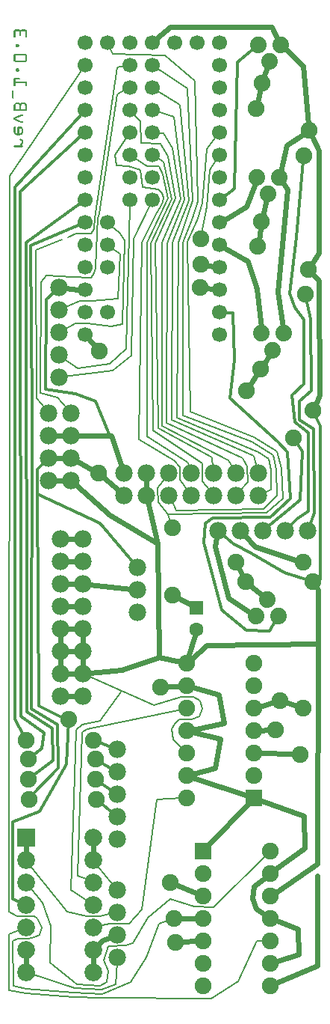
<source format=gbl>
G04 MADE WITH FRITZING*
G04 WWW.FRITZING.ORG*
G04 DOUBLE SIDED*
G04 HOLES PLATED*
G04 CONTOUR ON CENTER OF CONTOUR VECTOR*
%ASAXBY*%
%FSLAX23Y23*%
%MOIN*%
%OFA0B0*%
%SFA1.0B1.0*%
%ADD10C,0.078000*%
%ADD11C,0.075000*%
%ADD12C,0.079370*%
%ADD13C,0.074000*%
%ADD14C,0.045000*%
%ADD15C,0.066667*%
%ADD16C,0.062992*%
%ADD17R,0.079370X0.079370*%
%ADD18R,0.075000X0.075000*%
%ADD19R,0.062992X0.062992*%
%ADD20C,0.024000*%
%ADD21C,0.006000*%
%ADD22C,0.008000*%
%ADD23C,0.012000*%
%ADD24C,0.007000*%
%ADD25R,0.001000X0.001000*%
%LNCOPPER0*%
G90*
G70*
G54D10*
X586Y1942D03*
X586Y1842D03*
X586Y1742D03*
G54D11*
X279Y1265D03*
X690Y1410D03*
G54D10*
X237Y3187D03*
X237Y3087D03*
X237Y2987D03*
X237Y2887D03*
X237Y2787D03*
X528Y2263D03*
X628Y2263D03*
X728Y2263D03*
X828Y2263D03*
X928Y2263D03*
X1028Y2263D03*
X1128Y2263D03*
X528Y2263D03*
X628Y2263D03*
X728Y2263D03*
X828Y2263D03*
X928Y2263D03*
X1028Y2263D03*
X1128Y2263D03*
X1128Y2363D03*
X1028Y2363D03*
X928Y2363D03*
X828Y2363D03*
X728Y2363D03*
X628Y2363D03*
X528Y2363D03*
X245Y2069D03*
X245Y1969D03*
X245Y1869D03*
X245Y1769D03*
X245Y1669D03*
X245Y1569D03*
X245Y1469D03*
X245Y1369D03*
X245Y2069D03*
X245Y1969D03*
X245Y1869D03*
X245Y1769D03*
X245Y1669D03*
X245Y1569D03*
X245Y1469D03*
X245Y1369D03*
X345Y1369D03*
X345Y1469D03*
X345Y1569D03*
X345Y1669D03*
X345Y1769D03*
X345Y1869D03*
X345Y1969D03*
X345Y2069D03*
G54D12*
X89Y740D03*
X389Y740D03*
X89Y640D03*
X389Y640D03*
X89Y540D03*
X389Y540D03*
X89Y440D03*
X389Y440D03*
X89Y340D03*
X389Y340D03*
X89Y240D03*
X389Y240D03*
X89Y140D03*
X389Y140D03*
G54D10*
X292Y2329D03*
X292Y2429D03*
X292Y2529D03*
X292Y2629D03*
X292Y2329D03*
X292Y2429D03*
X292Y2529D03*
X292Y2629D03*
X192Y2629D03*
X192Y2529D03*
X192Y2429D03*
X192Y2329D03*
G54D13*
X1226Y4269D03*
X1176Y4194D03*
X1126Y4269D03*
G54D11*
X756Y273D03*
X1326Y1316D03*
G54D13*
X1222Y3679D03*
X1172Y3604D03*
X1122Y3679D03*
G54D11*
X1204Y1219D03*
X751Y380D03*
G54D13*
X1116Y1725D03*
X1166Y1800D03*
X1216Y1725D03*
G54D11*
X868Y3188D03*
X733Y539D03*
G54D13*
X1242Y2985D03*
X1192Y2910D03*
X1142Y2985D03*
G54D11*
X869Y3292D03*
X1313Y1110D03*
X1329Y3774D03*
X1117Y3986D03*
X871Y3405D03*
X1223Y1349D03*
X1337Y3159D03*
X1124Y3371D03*
X1327Y1964D03*
X1027Y1964D03*
X1285Y2518D03*
X1073Y2730D03*
X1143Y4099D03*
X1355Y3887D03*
X1140Y3481D03*
X1352Y3269D03*
X1071Y1878D03*
X1371Y1878D03*
X1137Y2826D03*
G54D14*
X1372Y2640D03*
G54D11*
X403Y910D03*
X103Y910D03*
X399Y997D03*
X99Y997D03*
X399Y1087D03*
X99Y1087D03*
X392Y1173D03*
X92Y1173D03*
X1106Y915D03*
X806Y915D03*
X1106Y1015D03*
X806Y1015D03*
X1106Y1115D03*
X806Y1115D03*
X1106Y1215D03*
X806Y1215D03*
X1106Y1315D03*
X806Y1315D03*
X1106Y1415D03*
X806Y1415D03*
X1106Y1515D03*
X806Y1515D03*
X882Y680D03*
X1182Y680D03*
X882Y580D03*
X1182Y580D03*
X882Y480D03*
X1182Y480D03*
X882Y380D03*
X1182Y380D03*
X882Y280D03*
X1182Y280D03*
X882Y180D03*
X1182Y180D03*
X882Y80D03*
X1182Y80D03*
G54D10*
X497Y206D03*
X497Y306D03*
X497Y406D03*
X497Y506D03*
X947Y2106D03*
X1047Y2106D03*
X1147Y2106D03*
X1247Y2106D03*
X1347Y2106D03*
X497Y731D03*
X497Y831D03*
X497Y931D03*
X497Y1031D03*
X497Y1131D03*
G54D15*
X353Y4278D03*
X353Y4178D03*
X353Y4078D03*
X353Y3978D03*
X353Y3878D03*
X353Y3778D03*
X353Y3678D03*
X353Y3578D03*
X353Y3478D03*
X353Y3378D03*
X353Y3278D03*
X353Y3178D03*
X353Y3078D03*
X353Y2978D03*
X453Y3078D03*
X953Y4278D03*
X953Y4178D03*
X953Y4078D03*
X953Y3978D03*
X953Y3878D03*
X953Y3778D03*
X953Y3678D03*
X953Y3578D03*
X953Y3478D03*
X953Y3378D03*
X953Y3278D03*
X953Y3178D03*
X953Y3078D03*
X953Y2978D03*
X453Y3378D03*
X453Y3278D03*
X453Y3478D03*
X753Y4278D03*
X853Y4278D03*
X653Y4278D03*
X453Y4278D03*
X553Y4278D03*
X353Y4278D03*
X353Y4178D03*
X353Y4078D03*
X353Y3978D03*
X353Y3878D03*
X353Y3778D03*
X353Y3678D03*
X353Y3578D03*
X353Y3478D03*
X353Y3378D03*
X353Y3278D03*
X353Y3178D03*
X353Y3078D03*
X353Y2978D03*
X453Y3078D03*
X953Y4278D03*
X953Y4178D03*
X953Y4078D03*
X953Y3978D03*
X953Y3878D03*
X953Y3778D03*
X953Y3678D03*
X953Y3578D03*
X953Y3478D03*
X953Y3378D03*
X953Y3278D03*
X953Y3178D03*
X953Y3078D03*
X953Y2978D03*
X453Y3378D03*
X453Y3278D03*
X453Y3478D03*
X753Y4278D03*
X853Y4278D03*
X653Y4278D03*
X453Y4278D03*
X553Y4278D03*
X553Y4178D03*
X553Y4178D03*
X653Y4178D03*
X653Y4178D03*
X654Y4078D03*
X654Y3978D03*
X654Y3878D03*
X654Y3778D03*
X654Y3678D03*
X654Y3578D03*
X654Y4078D03*
X654Y3978D03*
X654Y3878D03*
X654Y3778D03*
X654Y3678D03*
X654Y3578D03*
X553Y4078D03*
X553Y3978D03*
X553Y3878D03*
X553Y3778D03*
X553Y3678D03*
X553Y3578D03*
X553Y4078D03*
X553Y3978D03*
X553Y3878D03*
X553Y3778D03*
X553Y3678D03*
X553Y3578D03*
G54D11*
X744Y2119D03*
X744Y1819D03*
G54D16*
X851Y1762D03*
X851Y1664D03*
G54D11*
X417Y2905D03*
X413Y2363D03*
G54D17*
X89Y740D03*
G54D18*
X1106Y915D03*
X882Y680D03*
G54D19*
X851Y1762D03*
G54D20*
X89Y209D02*
X89Y171D01*
G54D21*
D02*
X684Y355D02*
X729Y371D01*
D02*
X627Y206D02*
X684Y355D01*
D02*
X557Y95D02*
X627Y206D01*
D02*
X301Y49D02*
X429Y43D01*
D02*
X429Y43D02*
X557Y95D01*
D02*
X90Y66D02*
X301Y49D01*
D02*
X33Y78D02*
X90Y66D01*
D02*
X30Y277D02*
X33Y78D01*
D02*
X53Y288D02*
X30Y277D01*
D02*
X100Y290D02*
X75Y290D01*
D02*
X75Y290D02*
X53Y288D01*
D02*
X126Y294D02*
X100Y290D01*
D02*
X151Y306D02*
X126Y294D01*
D02*
X162Y339D02*
X151Y306D01*
D02*
X142Y379D02*
X162Y339D01*
D02*
X127Y387D02*
X142Y379D01*
D02*
X98Y390D02*
X127Y387D01*
D02*
X77Y390D02*
X98Y390D01*
D02*
X52Y390D02*
X77Y390D01*
D02*
X13Y410D02*
X52Y390D01*
G54D22*
D02*
X17Y3684D02*
X13Y410D01*
D02*
X339Y4157D02*
X17Y3684D01*
D02*
X1120Y279D02*
X1159Y280D01*
D02*
X1037Y98D02*
X1120Y279D01*
D02*
X917Y21D02*
X1037Y98D01*
D02*
X301Y27D02*
X431Y25D01*
D02*
X431Y25D02*
X917Y21D01*
D02*
X90Y46D02*
X301Y27D01*
D02*
X14Y57D02*
X90Y46D01*
D02*
X14Y308D02*
X14Y57D01*
D02*
X65Y330D02*
X14Y308D01*
G54D20*
D02*
X1175Y1217D02*
X1135Y1216D01*
D02*
X314Y2069D02*
X275Y2069D01*
D02*
X1121Y2802D02*
X1089Y2754D01*
G54D22*
D02*
X783Y914D02*
X675Y909D01*
X675Y909D02*
X606Y417D01*
D02*
X606Y417D02*
X549Y356D01*
D02*
X549Y356D02*
X464Y356D01*
D02*
X464Y356D02*
X413Y345D01*
G54D20*
D02*
X933Y2036D02*
X941Y2076D01*
D02*
X994Y1806D02*
X933Y2036D01*
D02*
X1093Y1740D02*
X994Y1806D01*
G54D23*
D02*
X1014Y2048D02*
X966Y2090D01*
D02*
X1100Y2002D02*
X1014Y2048D01*
D02*
X1244Y1917D02*
X1100Y2002D01*
D02*
X1349Y1885D02*
X1244Y1917D01*
G54D20*
D02*
X1136Y3453D02*
X1129Y3400D01*
D02*
X267Y3185D02*
X322Y3180D01*
G54D23*
D02*
X1403Y1889D02*
X1393Y1886D01*
D02*
X1403Y2573D02*
X1403Y1889D01*
D02*
X1382Y2619D02*
X1403Y2573D01*
D02*
X280Y1260D02*
X281Y1242D01*
D02*
X270Y1065D02*
X280Y1260D01*
D02*
X280Y1260D02*
X146Y1324D01*
D02*
X151Y855D02*
X270Y1065D01*
D02*
X146Y1324D02*
X139Y2267D01*
D02*
X31Y809D02*
X151Y855D01*
D02*
X139Y2267D02*
X139Y2380D01*
D02*
X31Y465D02*
X31Y809D01*
D02*
X139Y2380D02*
X174Y2412D01*
D02*
X419Y2139D02*
X139Y2267D01*
D02*
X66Y450D02*
X31Y465D01*
D02*
X570Y1961D02*
X419Y2139D01*
D02*
X476Y1043D02*
X419Y1076D01*
D02*
X316Y2529D02*
X464Y2530D01*
D02*
X464Y2530D02*
X402Y2681D01*
D02*
X309Y2715D02*
X176Y2736D01*
D02*
X402Y2681D02*
X309Y2715D01*
D02*
X176Y2736D02*
X180Y3134D01*
D02*
X180Y3134D02*
X219Y3171D01*
G54D20*
D02*
X314Y1369D02*
X275Y1369D01*
G54D22*
D02*
X601Y3929D02*
X570Y3960D01*
D02*
X604Y3833D02*
X601Y3929D01*
D02*
X689Y3827D02*
X604Y3833D01*
D02*
X724Y3773D02*
X689Y3827D01*
D02*
X757Y3584D02*
X724Y3773D01*
D02*
X667Y3386D02*
X757Y3584D01*
D02*
X680Y2561D02*
X667Y3386D01*
D02*
X919Y2432D02*
X680Y2561D01*
D02*
X925Y2387D02*
X919Y2432D01*
G54D20*
D02*
X1111Y2036D02*
X1067Y2084D01*
D02*
X1300Y1973D02*
X1111Y2036D01*
D02*
X814Y1542D02*
X843Y1638D01*
D02*
X314Y1969D02*
X275Y1969D01*
D02*
X1158Y395D02*
X1117Y423D01*
D02*
X1117Y423D02*
X1100Y467D01*
D02*
X1100Y467D02*
X1108Y523D01*
D02*
X1108Y523D02*
X1160Y562D01*
D02*
X262Y2329D02*
X222Y2329D01*
D02*
X314Y1669D02*
X275Y1669D01*
D02*
X314Y1569D02*
X275Y1569D01*
D02*
X1327Y4175D02*
X1352Y3915D01*
D02*
X1246Y4251D02*
X1327Y4175D01*
D02*
X245Y1599D02*
X245Y1639D01*
D02*
X469Y295D02*
X433Y282D01*
D02*
X433Y282D02*
X411Y261D01*
G54D24*
D02*
X275Y2647D02*
X229Y2697D01*
D02*
X229Y2697D02*
X154Y2719D01*
D02*
X154Y2719D02*
X156Y3213D01*
D02*
X156Y3213D02*
X180Y3241D01*
D02*
X180Y3241D02*
X296Y3235D01*
D02*
X296Y3235D02*
X379Y3231D01*
D02*
X379Y3231D02*
X395Y3253D01*
D02*
X395Y3253D02*
X402Y3276D01*
G54D21*
D02*
X408Y3431D02*
X410Y3495D01*
G54D24*
D02*
X402Y3276D02*
X408Y3431D01*
G54D21*
D02*
X410Y3495D02*
X417Y3517D01*
G54D24*
D02*
X417Y3517D02*
X496Y4050D01*
D02*
X496Y4050D02*
X530Y4067D01*
G54D23*
D02*
X330Y3468D02*
X111Y3374D01*
D02*
X111Y3374D02*
X117Y2647D01*
D02*
X117Y2647D02*
X115Y1311D01*
D02*
X115Y1311D02*
X231Y1241D01*
D02*
X231Y1241D02*
X234Y1050D01*
D02*
X234Y1050D02*
X118Y927D01*
G54D20*
D02*
X973Y1249D02*
X834Y1220D01*
D02*
X951Y1374D02*
X973Y1249D01*
D02*
X833Y1407D02*
X951Y1374D01*
G54D23*
D02*
X1013Y3075D02*
X978Y3076D01*
D02*
X1019Y2865D02*
X1013Y3075D01*
D02*
X1000Y2695D02*
X1019Y2865D01*
D02*
X1215Y2502D02*
X1000Y2695D01*
D02*
X1256Y2454D02*
X1215Y2502D01*
D02*
X1270Y2247D02*
X1256Y2454D01*
D02*
X1181Y2165D02*
X1270Y2247D01*
D02*
X925Y2161D02*
X1181Y2165D01*
D02*
X889Y2139D02*
X925Y2161D01*
D02*
X883Y2053D02*
X889Y2139D01*
D02*
X964Y1753D02*
X883Y2053D01*
D02*
X1074Y1663D02*
X964Y1753D01*
D02*
X1178Y1660D02*
X1074Y1663D01*
D02*
X1205Y1706D02*
X1178Y1660D01*
G54D20*
D02*
X556Y1845D02*
X374Y1865D01*
D02*
X262Y2429D02*
X222Y2429D01*
D02*
X1258Y3625D02*
X1237Y3656D01*
D02*
X1214Y3167D02*
X1258Y3625D01*
D02*
X1238Y3012D02*
X1214Y3167D01*
D02*
X896Y3185D02*
X922Y3181D01*
D02*
X262Y2529D02*
X222Y2529D01*
G54D23*
D02*
X973Y3592D02*
X1022Y3628D01*
D02*
X1022Y3628D02*
X1033Y4191D01*
D02*
X1033Y4191D02*
X1110Y4255D01*
G54D22*
D02*
X896Y3548D02*
X875Y3427D01*
D02*
X909Y3711D02*
X896Y3548D01*
D02*
X939Y3757D02*
X909Y3711D01*
G54D20*
D02*
X1093Y1860D02*
X1145Y1817D01*
D02*
X1137Y4071D02*
X1124Y4014D01*
D02*
X1153Y2850D02*
X1177Y2887D01*
G54D22*
D02*
X366Y551D02*
X322Y570D01*
D02*
X322Y570D02*
X341Y1208D01*
D02*
X341Y1208D02*
X363Y1221D01*
D02*
X363Y1221D02*
X783Y1310D01*
G54D20*
D02*
X1298Y1325D02*
X1250Y1341D01*
G54D22*
D02*
X1151Y2273D02*
X1185Y2287D01*
D02*
X1185Y2287D02*
X1185Y2374D01*
D02*
X1185Y2374D02*
X1174Y2426D01*
D02*
X1174Y2426D02*
X1127Y2455D01*
D02*
X1127Y2455D02*
X763Y2610D01*
D02*
X763Y2610D02*
X769Y3390D01*
D02*
X769Y3390D02*
X835Y3574D01*
D02*
X835Y3574D02*
X809Y4076D01*
D02*
X809Y4076D02*
X675Y4164D01*
G54D20*
D02*
X1196Y1341D02*
X1133Y1323D01*
D02*
X1187Y4350D02*
X1214Y4293D01*
D02*
X733Y4350D02*
X1187Y4350D01*
D02*
X675Y4298D02*
X733Y4350D01*
G54D24*
D02*
X528Y4174D02*
X496Y4170D01*
D02*
X496Y4170D02*
X397Y3499D01*
G54D21*
D02*
X397Y3499D02*
X395Y3450D01*
D02*
X395Y3450D02*
X380Y3430D01*
D02*
X380Y3430D02*
X315Y3429D01*
D02*
X315Y3429D02*
X276Y3413D01*
G54D24*
D02*
X251Y3402D02*
X135Y3356D01*
D02*
X135Y3356D02*
X137Y2695D01*
D02*
X137Y2695D02*
X176Y2647D01*
G54D22*
D02*
X790Y1131D02*
X748Y1174D01*
D02*
X748Y1174D02*
X740Y1223D01*
D02*
X740Y1223D02*
X753Y1245D01*
D02*
X753Y1245D02*
X774Y1264D01*
D02*
X774Y1264D02*
X830Y1265D01*
D02*
X830Y1265D02*
X864Y1277D01*
D02*
X864Y1277D02*
X878Y1312D01*
D02*
X878Y1312D02*
X868Y1349D01*
D02*
X868Y1349D02*
X838Y1364D01*
D02*
X838Y1364D02*
X785Y1365D01*
D02*
X785Y1365D02*
X661Y1328D01*
D02*
X661Y1328D02*
X367Y1459D01*
G54D20*
D02*
X314Y1869D02*
X275Y1869D01*
D02*
X856Y490D02*
X760Y529D01*
D02*
X345Y1599D02*
X345Y1639D01*
D02*
X245Y1499D02*
X245Y1539D01*
G54D22*
D02*
X643Y3555D02*
X571Y3404D01*
D02*
X571Y3404D02*
X562Y2884D01*
D02*
X562Y2884D02*
X476Y2819D01*
D02*
X476Y2819D02*
X261Y2791D01*
G54D21*
D02*
X1166Y664D02*
X928Y428D01*
D02*
X928Y428D02*
X842Y431D01*
D02*
X842Y431D02*
X733Y464D01*
D02*
X733Y464D02*
X633Y381D01*
D02*
X633Y381D02*
X567Y270D01*
D02*
X567Y270D02*
X533Y258D01*
D02*
X533Y258D02*
X457Y254D01*
D02*
X457Y254D02*
X436Y192D01*
D02*
X436Y192D02*
X457Y145D01*
D02*
X457Y145D02*
X450Y95D01*
D02*
X450Y95D02*
X421Y78D01*
D02*
X421Y78D02*
X318Y84D01*
D02*
X318Y84D02*
X198Y181D01*
D02*
X198Y181D02*
X202Y346D01*
D02*
X202Y346D02*
X165Y448D01*
D02*
X165Y448D02*
X105Y521D01*
G54D20*
D02*
X345Y1499D02*
X345Y1539D01*
G54D22*
D02*
X482Y525D02*
X405Y620D01*
D02*
X260Y3097D02*
X331Y3128D01*
D02*
X331Y3128D02*
X384Y3128D01*
D02*
X384Y3128D02*
X502Y3137D01*
D02*
X502Y3137D02*
X509Y3337D01*
D02*
X509Y3337D02*
X473Y3363D01*
D02*
X367Y1459D02*
X517Y1393D01*
D02*
X517Y1393D02*
X422Y1259D01*
D02*
X341Y1241D02*
X313Y1217D01*
D02*
X422Y1259D02*
X341Y1241D01*
D02*
X313Y1217D02*
X289Y504D01*
D02*
X289Y504D02*
X367Y454D01*
G54D24*
D02*
X714Y2343D02*
X678Y2295D01*
D02*
X678Y2295D02*
X679Y2232D01*
D02*
X679Y2232D02*
X724Y2177D01*
D02*
X724Y2177D02*
X1163Y2186D01*
D02*
X1163Y2186D02*
X1237Y2250D01*
D02*
X1237Y2250D02*
X1230Y2382D01*
D02*
X1230Y2382D02*
X1209Y2457D01*
D02*
X1209Y2457D02*
X1107Y2523D01*
D02*
X1107Y2523D02*
X824Y2634D01*
D02*
X824Y2634D02*
X811Y3391D01*
D02*
X878Y3565D02*
X898Y3806D01*
D02*
X856Y3495D02*
X878Y3565D01*
D02*
X811Y3391D02*
X856Y3495D01*
D02*
X898Y3806D02*
X938Y3858D01*
D02*
X630Y3730D02*
X574Y3764D01*
D02*
X684Y3728D02*
X630Y3730D01*
D02*
X701Y3692D02*
X684Y3728D01*
D02*
X724Y3584D02*
X701Y3692D01*
D02*
X631Y3388D02*
X724Y3584D01*
D02*
X630Y2526D02*
X631Y3388D01*
D02*
X814Y2407D02*
X630Y2526D01*
D02*
X821Y2386D02*
X814Y2407D01*
G54D20*
D02*
X1152Y4126D02*
X1167Y4168D01*
D02*
X854Y278D02*
X785Y274D01*
D02*
X89Y671D02*
X89Y709D01*
D02*
X1303Y331D02*
X1209Y369D01*
D02*
X1308Y217D02*
X1303Y331D01*
D02*
X1210Y188D02*
X1308Y217D01*
D02*
X1397Y3798D02*
X1367Y3861D01*
D02*
X1397Y3342D02*
X1397Y3798D01*
D02*
X1367Y3294D02*
X1397Y3342D01*
D02*
X777Y1413D02*
X719Y1411D01*
D02*
X1079Y924D02*
X833Y1005D01*
G54D23*
D02*
X1315Y2243D02*
X1324Y2457D01*
D02*
X1324Y2457D02*
X1298Y2499D01*
D02*
X1237Y2180D02*
X1315Y2243D01*
D02*
X1166Y2122D02*
X1237Y2180D01*
G54D21*
D02*
X488Y3779D02*
X539Y3857D01*
D02*
X494Y3732D02*
X488Y3779D01*
D02*
X548Y3729D02*
X494Y3732D01*
D02*
X599Y3713D02*
X548Y3729D01*
D02*
X609Y3636D02*
X599Y3713D01*
D02*
X682Y3624D02*
X609Y3636D01*
D02*
X703Y3588D02*
X696Y3609D01*
D02*
X696Y3609D02*
X682Y3624D01*
D02*
X700Y3570D02*
X703Y3588D01*
D02*
X689Y3549D02*
X700Y3570D01*
D02*
X672Y3514D02*
X689Y3549D01*
D02*
X607Y3389D02*
X672Y3514D01*
D02*
X594Y2511D02*
X607Y3389D01*
D02*
X778Y2388D02*
X752Y2419D01*
D02*
X752Y2419D02*
X594Y2511D01*
D02*
X778Y2331D02*
X778Y2388D01*
D02*
X814Y2283D02*
X778Y2331D01*
G54D20*
D02*
X516Y1484D02*
X685Y1543D01*
D02*
X375Y1471D02*
X516Y1484D01*
D02*
X685Y1543D02*
X778Y1521D01*
G54D23*
D02*
X117Y1011D02*
X209Y1082D01*
D02*
X209Y1082D02*
X206Y1224D01*
D02*
X206Y1224D02*
X93Y1297D01*
D02*
X93Y1297D02*
X89Y3387D01*
D02*
X89Y3387D02*
X332Y3563D01*
G54D22*
D02*
X496Y181D02*
X491Y86D01*
D02*
X491Y86D02*
X428Y61D01*
D02*
X428Y61D02*
X308Y67D01*
D02*
X308Y67D02*
X113Y132D01*
G54D20*
D02*
X827Y1775D02*
X769Y1806D01*
D02*
X1253Y3823D02*
X1228Y3705D01*
D02*
X1331Y3872D02*
X1253Y3823D01*
G54D23*
D02*
X474Y1140D02*
X413Y1165D01*
G54D20*
D02*
X1086Y894D02*
X902Y701D01*
D02*
X1147Y3509D02*
X1165Y3578D01*
G54D23*
D02*
X1297Y3411D02*
X1327Y3751D01*
D02*
X1267Y3161D02*
X1297Y3411D01*
D02*
X1289Y3097D02*
X1267Y3161D01*
D02*
X1330Y3045D02*
X1289Y3097D01*
D02*
X1331Y2758D02*
X1330Y3045D01*
D02*
X1276Y2708D02*
X1331Y2758D01*
D02*
X1289Y2587D02*
X1276Y2708D01*
D02*
X1350Y2541D02*
X1289Y2587D01*
D02*
X1352Y2193D02*
X1350Y2541D01*
D02*
X1300Y2160D02*
X1352Y2193D01*
D02*
X1264Y2123D02*
X1300Y2160D01*
G54D22*
D02*
X1122Y2387D02*
X1106Y2439D01*
D02*
X1106Y2439D02*
X739Y2597D01*
D02*
X739Y2597D02*
X744Y3390D01*
D02*
X744Y3390D02*
X817Y3574D01*
D02*
X817Y3574D02*
X776Y4002D01*
D02*
X776Y4002D02*
X675Y4064D01*
G54D20*
D02*
X935Y1050D02*
X834Y1022D01*
D02*
X957Y1180D02*
X935Y1050D01*
D02*
X834Y1208D02*
X957Y1180D01*
G54D21*
D02*
X104Y620D02*
X274Y407D01*
D02*
X274Y407D02*
X359Y390D01*
D02*
X359Y390D02*
X421Y390D01*
D02*
X421Y390D02*
X473Y401D01*
G54D20*
D02*
X1285Y1111D02*
X1135Y1114D01*
G54D24*
D02*
X913Y2282D02*
X878Y2325D01*
D02*
X878Y2325D02*
X878Y2404D01*
D02*
X878Y2404D02*
X656Y2552D01*
D02*
X656Y2552D02*
X648Y3386D01*
D02*
X648Y3386D02*
X739Y3583D01*
D02*
X739Y3583D02*
X703Y3749D01*
D02*
X703Y3749D02*
X676Y3765D01*
G54D22*
D02*
X478Y4228D02*
X464Y4255D01*
D02*
X712Y4222D02*
X478Y4228D01*
D02*
X844Y4110D02*
X712Y4222D01*
D02*
X856Y3571D02*
X844Y4110D01*
D02*
X833Y3499D02*
X856Y3571D01*
D02*
X789Y3390D02*
X833Y3499D01*
D02*
X789Y2619D02*
X789Y3390D01*
D02*
X1098Y2502D02*
X789Y2619D01*
D02*
X1194Y2442D02*
X1098Y2502D01*
D02*
X1207Y2380D02*
X1194Y2442D01*
D02*
X1211Y2261D02*
X1207Y2380D01*
D02*
X1152Y2202D02*
X1211Y2261D01*
D02*
X759Y2195D02*
X1152Y2202D01*
D02*
X739Y2241D02*
X759Y2195D01*
G54D20*
D02*
X1119Y3181D02*
X1139Y3012D01*
D02*
X1081Y3306D02*
X1119Y3181D01*
D02*
X979Y3363D02*
X1081Y3306D01*
G54D22*
D02*
X257Y2873D02*
X322Y2828D01*
D02*
X322Y2828D02*
X464Y2848D01*
D02*
X464Y2848D02*
X536Y2915D01*
D02*
X536Y2915D02*
X554Y3553D01*
G54D20*
D02*
X1074Y3547D02*
X979Y3493D01*
D02*
X1113Y3653D02*
X1074Y3547D01*
G54D24*
D02*
X1044Y2282D02*
X1079Y2323D01*
D02*
X1079Y2323D02*
X1078Y2391D01*
D02*
X1078Y2391D02*
X1056Y2428D01*
D02*
X1056Y2428D02*
X717Y2586D01*
D02*
X717Y2586D02*
X720Y3386D01*
D02*
X720Y3386D02*
X796Y3580D01*
D02*
X796Y3580D02*
X750Y3950D01*
D02*
X750Y3950D02*
X678Y3971D01*
G54D20*
D02*
X923Y3283D02*
X898Y3287D01*
D02*
X854Y380D02*
X780Y380D01*
D02*
X1133Y905D02*
X1330Y836D01*
D02*
X1330Y836D02*
X1333Y691D01*
D02*
X1333Y691D02*
X1205Y597D01*
D02*
X389Y671D02*
X389Y709D01*
G54D23*
D02*
X336Y3959D02*
X41Y3636D01*
D02*
X41Y3636D02*
X39Y1265D01*
D02*
X39Y1265D02*
X80Y1193D01*
G54D20*
D02*
X389Y209D02*
X389Y171D01*
G54D23*
D02*
X477Y945D02*
X418Y984D01*
G54D20*
D02*
X1392Y170D02*
X1208Y91D01*
D02*
X1392Y567D02*
X1392Y170D01*
D02*
X1206Y496D02*
X1392Y623D01*
D02*
X1392Y623D02*
X1394Y1603D01*
D02*
X1394Y1603D02*
X1393Y1843D01*
D02*
X1393Y1843D02*
X1386Y1854D01*
D02*
X1394Y1603D02*
X898Y1595D01*
D02*
X898Y1595D02*
X828Y1533D01*
G54D23*
D02*
X478Y847D02*
X420Y895D01*
G54D20*
D02*
X1397Y3220D02*
X1372Y3248D01*
D02*
X1400Y2708D02*
X1397Y3220D01*
D02*
X1383Y2667D02*
X1400Y2708D01*
D02*
X1058Y1904D02*
X1041Y1938D01*
D02*
X628Y2293D02*
X628Y2333D01*
D02*
X314Y1469D02*
X275Y1469D01*
D02*
X314Y1769D02*
X275Y1769D01*
G54D22*
D02*
X1015Y2384D02*
X993Y2418D01*
D02*
X993Y2418D02*
X696Y2573D01*
D02*
X696Y2573D02*
X696Y3388D01*
D02*
X696Y3388D02*
X780Y3582D01*
D02*
X780Y3582D02*
X743Y3808D01*
D02*
X743Y3808D02*
X703Y3875D01*
D02*
X703Y3875D02*
X679Y3876D01*
D02*
X258Y3000D02*
X309Y3030D01*
D02*
X309Y3030D02*
X364Y3028D01*
D02*
X364Y3028D02*
X471Y3015D01*
D02*
X471Y3015D02*
X520Y3026D01*
D02*
X520Y3026D02*
X531Y3397D01*
D02*
X531Y3397D02*
X507Y3433D01*
D02*
X507Y3433D02*
X472Y3462D01*
G54D23*
D02*
X1361Y3047D02*
X1342Y3137D01*
D02*
X1365Y2730D02*
X1361Y3047D01*
D02*
X1309Y2682D02*
X1365Y2730D01*
D02*
X1311Y2600D02*
X1309Y2682D01*
D02*
X1374Y2560D02*
X1311Y2600D01*
D02*
X1376Y2184D02*
X1374Y2560D01*
D02*
X1356Y2129D02*
X1376Y2184D01*
D02*
X334Y3861D02*
X65Y3615D01*
D02*
X65Y3615D02*
X67Y1280D01*
D02*
X67Y1280D02*
X172Y1204D01*
D02*
X172Y1204D02*
X159Y1136D01*
D02*
X159Y1136D02*
X117Y1102D01*
G54D24*
D02*
X724Y2177D02*
X735Y2146D01*
G54D20*
D02*
X685Y1543D02*
X676Y2048D01*
D02*
X676Y2048D02*
X635Y2234D01*
D02*
X463Y2176D02*
X314Y2309D01*
D02*
X676Y2048D02*
X463Y2176D01*
D02*
X322Y2529D02*
X469Y2528D01*
D02*
X469Y2528D02*
X518Y2391D01*
D02*
X434Y2344D02*
X506Y2283D01*
D02*
X373Y2955D02*
X398Y2927D01*
D02*
X388Y2376D02*
X318Y2414D01*
G54D25*
X41Y4337D02*
X60Y4337D01*
X70Y4337D02*
X88Y4337D01*
X39Y4336D02*
X62Y4336D01*
X67Y4336D02*
X90Y4336D01*
X38Y4335D02*
X64Y4335D01*
X66Y4335D02*
X91Y4335D01*
X37Y4334D02*
X92Y4334D01*
X37Y4333D02*
X93Y4333D01*
X36Y4332D02*
X93Y4332D01*
X36Y4331D02*
X93Y4331D01*
X36Y4330D02*
X93Y4330D01*
X36Y4329D02*
X43Y4329D01*
X60Y4329D02*
X70Y4329D01*
X87Y4329D02*
X93Y4329D01*
X36Y4328D02*
X43Y4328D01*
X61Y4328D02*
X69Y4328D01*
X87Y4328D02*
X93Y4328D01*
X36Y4327D02*
X43Y4327D01*
X61Y4327D02*
X68Y4327D01*
X87Y4327D02*
X93Y4327D01*
X36Y4326D02*
X43Y4326D01*
X62Y4326D02*
X68Y4326D01*
X87Y4326D02*
X93Y4326D01*
X36Y4325D02*
X43Y4325D01*
X62Y4325D02*
X68Y4325D01*
X87Y4325D02*
X93Y4325D01*
X36Y4324D02*
X43Y4324D01*
X62Y4324D02*
X68Y4324D01*
X87Y4324D02*
X93Y4324D01*
X36Y4323D02*
X43Y4323D01*
X62Y4323D02*
X68Y4323D01*
X87Y4323D02*
X93Y4323D01*
X36Y4322D02*
X43Y4322D01*
X62Y4322D02*
X68Y4322D01*
X87Y4322D02*
X93Y4322D01*
X36Y4321D02*
X43Y4321D01*
X62Y4321D02*
X68Y4321D01*
X87Y4321D02*
X93Y4321D01*
X36Y4320D02*
X43Y4320D01*
X62Y4320D02*
X68Y4320D01*
X87Y4320D02*
X93Y4320D01*
X36Y4319D02*
X43Y4319D01*
X62Y4319D02*
X68Y4319D01*
X87Y4319D02*
X93Y4319D01*
X36Y4318D02*
X43Y4318D01*
X62Y4318D02*
X68Y4318D01*
X87Y4318D02*
X93Y4318D01*
X36Y4317D02*
X43Y4317D01*
X62Y4317D02*
X68Y4317D01*
X87Y4317D02*
X93Y4317D01*
X36Y4316D02*
X43Y4316D01*
X62Y4316D02*
X68Y4316D01*
X87Y4316D02*
X93Y4316D01*
X36Y4315D02*
X43Y4315D01*
X62Y4315D02*
X68Y4315D01*
X87Y4315D02*
X93Y4315D01*
X36Y4314D02*
X43Y4314D01*
X62Y4314D02*
X68Y4314D01*
X87Y4314D02*
X93Y4314D01*
X36Y4313D02*
X43Y4313D01*
X62Y4313D02*
X68Y4313D01*
X87Y4313D02*
X93Y4313D01*
X36Y4312D02*
X43Y4312D01*
X62Y4312D02*
X68Y4312D01*
X87Y4312D02*
X93Y4312D01*
X36Y4311D02*
X43Y4311D01*
X62Y4311D02*
X68Y4311D01*
X87Y4311D02*
X93Y4311D01*
X36Y4310D02*
X43Y4310D01*
X62Y4310D02*
X68Y4310D01*
X87Y4310D02*
X93Y4310D01*
X36Y4309D02*
X43Y4309D01*
X62Y4309D02*
X67Y4309D01*
X87Y4309D02*
X93Y4309D01*
X36Y4308D02*
X43Y4308D01*
X64Y4308D02*
X66Y4308D01*
X87Y4308D02*
X93Y4308D01*
X36Y4307D02*
X43Y4307D01*
X87Y4307D02*
X93Y4307D01*
X36Y4306D02*
X43Y4306D01*
X87Y4306D02*
X93Y4306D01*
X36Y4305D02*
X43Y4305D01*
X87Y4305D02*
X93Y4305D01*
X36Y4304D02*
X43Y4304D01*
X87Y4304D02*
X93Y4304D01*
X36Y4303D02*
X42Y4303D01*
X87Y4303D02*
X93Y4303D01*
X37Y4302D02*
X42Y4302D01*
X88Y4302D02*
X93Y4302D01*
X38Y4301D02*
X41Y4301D01*
X88Y4301D02*
X92Y4301D01*
X49Y4272D02*
X56Y4272D01*
X47Y4271D02*
X57Y4271D01*
X46Y4270D02*
X58Y4270D01*
X46Y4269D02*
X58Y4269D01*
X46Y4268D02*
X59Y4268D01*
X46Y4267D02*
X59Y4267D01*
X46Y4266D02*
X59Y4266D01*
X46Y4265D02*
X59Y4265D01*
X46Y4264D02*
X59Y4264D01*
X46Y4263D02*
X59Y4263D01*
X46Y4262D02*
X59Y4262D01*
X46Y4261D02*
X58Y4261D01*
X46Y4260D02*
X58Y4260D01*
X46Y4259D02*
X58Y4259D01*
X47Y4258D02*
X57Y4258D01*
X42Y4229D02*
X87Y4229D01*
X40Y4228D02*
X90Y4228D01*
X38Y4227D02*
X91Y4227D01*
X38Y4226D02*
X92Y4226D01*
X37Y4225D02*
X93Y4225D01*
X36Y4224D02*
X93Y4224D01*
X36Y4223D02*
X93Y4223D01*
X36Y4222D02*
X93Y4222D01*
X36Y4221D02*
X43Y4221D01*
X87Y4221D02*
X93Y4221D01*
X36Y4220D02*
X43Y4220D01*
X87Y4220D02*
X93Y4220D01*
X36Y4219D02*
X43Y4219D01*
X87Y4219D02*
X93Y4219D01*
X36Y4218D02*
X43Y4218D01*
X87Y4218D02*
X93Y4218D01*
X36Y4217D02*
X43Y4217D01*
X87Y4217D02*
X93Y4217D01*
X36Y4216D02*
X43Y4216D01*
X87Y4216D02*
X93Y4216D01*
X36Y4215D02*
X43Y4215D01*
X87Y4215D02*
X93Y4215D01*
X36Y4214D02*
X43Y4214D01*
X87Y4214D02*
X93Y4214D01*
X36Y4213D02*
X43Y4213D01*
X87Y4213D02*
X93Y4213D01*
X36Y4212D02*
X43Y4212D01*
X87Y4212D02*
X93Y4212D01*
X36Y4211D02*
X43Y4211D01*
X87Y4211D02*
X93Y4211D01*
X36Y4210D02*
X43Y4210D01*
X87Y4210D02*
X93Y4210D01*
X36Y4209D02*
X43Y4209D01*
X87Y4209D02*
X93Y4209D01*
X36Y4208D02*
X43Y4208D01*
X87Y4208D02*
X93Y4208D01*
X36Y4207D02*
X43Y4207D01*
X87Y4207D02*
X93Y4207D01*
X36Y4206D02*
X43Y4206D01*
X87Y4206D02*
X93Y4206D01*
X36Y4205D02*
X43Y4205D01*
X87Y4205D02*
X93Y4205D01*
X36Y4204D02*
X43Y4204D01*
X87Y4204D02*
X93Y4204D01*
X36Y4203D02*
X43Y4203D01*
X87Y4203D02*
X93Y4203D01*
X36Y4202D02*
X43Y4202D01*
X87Y4202D02*
X93Y4202D01*
X36Y4201D02*
X43Y4201D01*
X87Y4201D02*
X93Y4201D01*
X36Y4200D02*
X43Y4200D01*
X87Y4200D02*
X93Y4200D01*
X36Y4199D02*
X93Y4199D01*
X36Y4198D02*
X93Y4198D01*
X36Y4197D02*
X93Y4197D01*
X37Y4196D02*
X93Y4196D01*
X38Y4195D02*
X92Y4195D01*
X38Y4194D02*
X91Y4194D01*
X40Y4193D02*
X90Y4193D01*
X42Y4192D02*
X87Y4192D01*
X47Y4163D02*
X57Y4163D01*
X46Y4162D02*
X58Y4162D01*
X46Y4161D02*
X58Y4161D01*
X46Y4160D02*
X58Y4160D01*
X46Y4159D02*
X59Y4159D01*
X46Y4158D02*
X59Y4158D01*
X46Y4157D02*
X59Y4157D01*
X46Y4156D02*
X59Y4156D01*
X46Y4155D02*
X59Y4155D01*
X46Y4154D02*
X59Y4154D01*
X46Y4153D02*
X59Y4153D01*
X46Y4152D02*
X58Y4152D01*
X46Y4151D02*
X58Y4151D01*
X47Y4150D02*
X57Y4150D01*
X48Y4149D02*
X56Y4149D01*
X38Y4120D02*
X60Y4120D01*
X37Y4119D02*
X61Y4119D01*
X36Y4118D02*
X62Y4118D01*
X36Y4117D02*
X62Y4117D01*
X36Y4116D02*
X62Y4116D01*
X36Y4115D02*
X61Y4115D01*
X36Y4114D02*
X60Y4114D01*
X36Y4113D02*
X43Y4113D01*
X36Y4112D02*
X43Y4112D01*
X36Y4111D02*
X43Y4111D01*
X36Y4110D02*
X43Y4110D01*
X36Y4109D02*
X43Y4109D01*
X36Y4108D02*
X43Y4108D01*
X36Y4107D02*
X43Y4107D01*
X36Y4106D02*
X43Y4106D01*
X36Y4105D02*
X93Y4105D01*
X36Y4104D02*
X93Y4104D01*
X36Y4103D02*
X93Y4103D01*
X36Y4102D02*
X93Y4102D01*
X36Y4101D02*
X93Y4101D01*
X36Y4100D02*
X93Y4100D01*
X36Y4099D02*
X93Y4099D01*
X36Y4098D02*
X43Y4098D01*
X87Y4098D02*
X93Y4098D01*
X36Y4097D02*
X43Y4097D01*
X87Y4097D02*
X93Y4097D01*
X36Y4096D02*
X43Y4096D01*
X87Y4096D02*
X93Y4096D01*
X36Y4095D02*
X43Y4095D01*
X87Y4095D02*
X93Y4095D01*
X36Y4094D02*
X43Y4094D01*
X87Y4094D02*
X93Y4094D01*
X36Y4093D02*
X43Y4093D01*
X87Y4093D02*
X93Y4093D01*
X36Y4092D02*
X43Y4092D01*
X87Y4092D02*
X93Y4092D01*
X36Y4091D02*
X43Y4091D01*
X87Y4091D02*
X93Y4091D01*
X36Y4090D02*
X43Y4090D01*
X87Y4090D02*
X93Y4090D01*
X36Y4089D02*
X43Y4089D01*
X87Y4089D02*
X93Y4089D01*
X36Y4088D02*
X43Y4088D01*
X87Y4088D02*
X93Y4088D01*
X36Y4087D02*
X43Y4087D01*
X87Y4087D02*
X93Y4087D01*
X36Y4086D02*
X42Y4086D01*
X87Y4086D02*
X93Y4086D01*
X37Y4085D02*
X42Y4085D01*
X88Y4085D02*
X93Y4085D01*
X38Y4084D02*
X41Y4084D01*
X89Y4084D02*
X91Y4084D01*
X30Y4066D02*
X33Y4066D01*
X29Y4065D02*
X34Y4065D01*
X29Y4064D02*
X35Y4064D01*
X29Y4063D02*
X35Y4063D01*
X28Y4062D02*
X35Y4062D01*
X28Y4061D02*
X35Y4061D01*
X28Y4060D02*
X35Y4060D01*
X28Y4059D02*
X35Y4059D01*
X28Y4058D02*
X35Y4058D01*
X28Y4057D02*
X35Y4057D01*
X28Y4056D02*
X35Y4056D01*
X28Y4055D02*
X35Y4055D01*
X28Y4054D02*
X35Y4054D01*
X28Y4053D02*
X35Y4053D01*
X28Y4052D02*
X35Y4052D01*
X28Y4051D02*
X35Y4051D01*
X28Y4050D02*
X35Y4050D01*
X28Y4049D02*
X35Y4049D01*
X28Y4048D02*
X35Y4048D01*
X28Y4047D02*
X35Y4047D01*
X28Y4046D02*
X35Y4046D01*
X28Y4045D02*
X35Y4045D01*
X28Y4044D02*
X35Y4044D01*
X28Y4043D02*
X35Y4043D01*
X28Y4042D02*
X35Y4042D01*
X28Y4041D02*
X35Y4041D01*
X28Y4040D02*
X35Y4040D01*
X28Y4039D02*
X35Y4039D01*
X28Y4038D02*
X35Y4038D01*
X28Y4037D02*
X35Y4037D01*
X28Y4036D02*
X35Y4036D01*
X28Y4035D02*
X35Y4035D01*
X28Y4034D02*
X35Y4034D01*
X29Y4033D02*
X35Y4033D01*
X29Y4032D02*
X35Y4032D01*
X29Y4031D02*
X34Y4031D01*
X30Y4030D02*
X33Y4030D01*
X47Y4012D02*
X57Y4012D01*
X73Y4012D02*
X82Y4012D01*
X45Y4011D02*
X60Y4011D01*
X70Y4011D02*
X85Y4011D01*
X43Y4010D02*
X61Y4010D01*
X68Y4010D02*
X87Y4010D01*
X42Y4009D02*
X62Y4009D01*
X67Y4009D02*
X88Y4009D01*
X41Y4008D02*
X64Y4008D01*
X66Y4008D02*
X89Y4008D01*
X40Y4007D02*
X90Y4007D01*
X39Y4006D02*
X91Y4006D01*
X38Y4005D02*
X91Y4005D01*
X38Y4004D02*
X47Y4004D01*
X58Y4004D02*
X72Y4004D01*
X83Y4004D02*
X92Y4004D01*
X37Y4003D02*
X45Y4003D01*
X59Y4003D02*
X71Y4003D01*
X84Y4003D02*
X92Y4003D01*
X37Y4002D02*
X44Y4002D01*
X60Y4002D02*
X70Y4002D01*
X85Y4002D02*
X93Y4002D01*
X37Y4001D02*
X44Y4001D01*
X61Y4001D02*
X69Y4001D01*
X86Y4001D02*
X93Y4001D01*
X36Y4000D02*
X43Y4000D01*
X61Y4000D02*
X69Y4000D01*
X86Y4000D02*
X93Y4000D01*
X36Y3999D02*
X43Y3999D01*
X61Y3999D02*
X68Y3999D01*
X87Y3999D02*
X93Y3999D01*
X36Y3998D02*
X43Y3998D01*
X61Y3998D02*
X68Y3998D01*
X87Y3998D02*
X93Y3998D01*
X36Y3997D02*
X43Y3997D01*
X62Y3997D02*
X68Y3997D01*
X87Y3997D02*
X93Y3997D01*
X36Y3996D02*
X43Y3996D01*
X62Y3996D02*
X68Y3996D01*
X87Y3996D02*
X93Y3996D01*
X36Y3995D02*
X43Y3995D01*
X62Y3995D02*
X68Y3995D01*
X87Y3995D02*
X93Y3995D01*
X36Y3994D02*
X43Y3994D01*
X62Y3994D02*
X68Y3994D01*
X87Y3994D02*
X93Y3994D01*
X36Y3993D02*
X43Y3993D01*
X62Y3993D02*
X68Y3993D01*
X87Y3993D02*
X93Y3993D01*
X36Y3992D02*
X43Y3992D01*
X62Y3992D02*
X68Y3992D01*
X87Y3992D02*
X93Y3992D01*
X36Y3991D02*
X43Y3991D01*
X62Y3991D02*
X68Y3991D01*
X87Y3991D02*
X93Y3991D01*
X36Y3990D02*
X43Y3990D01*
X62Y3990D02*
X68Y3990D01*
X87Y3990D02*
X93Y3990D01*
X36Y3989D02*
X43Y3989D01*
X62Y3989D02*
X68Y3989D01*
X87Y3989D02*
X93Y3989D01*
X36Y3988D02*
X43Y3988D01*
X62Y3988D02*
X68Y3988D01*
X87Y3988D02*
X93Y3988D01*
X36Y3987D02*
X43Y3987D01*
X62Y3987D02*
X68Y3987D01*
X87Y3987D02*
X93Y3987D01*
X36Y3986D02*
X43Y3986D01*
X62Y3986D02*
X68Y3986D01*
X87Y3986D02*
X93Y3986D01*
X36Y3985D02*
X43Y3985D01*
X62Y3985D02*
X68Y3985D01*
X87Y3985D02*
X93Y3985D01*
X36Y3984D02*
X43Y3984D01*
X62Y3984D02*
X68Y3984D01*
X87Y3984D02*
X93Y3984D01*
X36Y3983D02*
X43Y3983D01*
X61Y3983D02*
X68Y3983D01*
X87Y3983D02*
X93Y3983D01*
X36Y3982D02*
X93Y3982D01*
X36Y3981D02*
X93Y3981D01*
X36Y3980D02*
X93Y3980D01*
X36Y3979D02*
X93Y3979D01*
X36Y3978D02*
X93Y3978D01*
X36Y3977D02*
X93Y3977D01*
X36Y3976D02*
X93Y3976D01*
X67Y3958D02*
X75Y3958D01*
X65Y3957D02*
X77Y3957D01*
X62Y3956D02*
X77Y3956D01*
X60Y3955D02*
X78Y3955D01*
X58Y3954D02*
X77Y3954D01*
X55Y3953D02*
X77Y3953D01*
X53Y3952D02*
X76Y3952D01*
X51Y3951D02*
X75Y3951D01*
X49Y3950D02*
X66Y3950D01*
X46Y3949D02*
X64Y3949D01*
X44Y3948D02*
X62Y3948D01*
X42Y3947D02*
X60Y3947D01*
X39Y3946D02*
X57Y3946D01*
X38Y3945D02*
X55Y3945D01*
X37Y3944D02*
X53Y3944D01*
X36Y3943D02*
X50Y3943D01*
X36Y3942D02*
X48Y3942D01*
X36Y3941D02*
X46Y3941D01*
X36Y3940D02*
X44Y3940D01*
X36Y3939D02*
X44Y3939D01*
X36Y3938D02*
X47Y3938D01*
X36Y3937D02*
X49Y3937D01*
X36Y3936D02*
X51Y3936D01*
X37Y3935D02*
X54Y3935D01*
X38Y3934D02*
X56Y3934D01*
X40Y3933D02*
X58Y3933D01*
X43Y3932D02*
X61Y3932D01*
X45Y3931D02*
X63Y3931D01*
X47Y3930D02*
X65Y3930D01*
X50Y3929D02*
X67Y3929D01*
X52Y3928D02*
X76Y3928D01*
X54Y3927D02*
X77Y3927D01*
X56Y3926D02*
X77Y3926D01*
X59Y3925D02*
X78Y3925D01*
X61Y3924D02*
X77Y3924D01*
X63Y3923D02*
X77Y3923D01*
X66Y3922D02*
X76Y3922D01*
X39Y3904D02*
X40Y3904D01*
X55Y3904D02*
X66Y3904D01*
X37Y3903D02*
X42Y3903D01*
X53Y3903D02*
X69Y3903D01*
X36Y3902D02*
X42Y3902D01*
X52Y3902D02*
X71Y3902D01*
X36Y3901D02*
X43Y3901D01*
X52Y3901D02*
X72Y3901D01*
X36Y3900D02*
X43Y3900D01*
X52Y3900D02*
X73Y3900D01*
X36Y3899D02*
X43Y3899D01*
X52Y3899D02*
X74Y3899D01*
X36Y3898D02*
X43Y3898D01*
X52Y3898D02*
X75Y3898D01*
X36Y3897D02*
X43Y3897D01*
X52Y3897D02*
X75Y3897D01*
X36Y3896D02*
X43Y3896D01*
X52Y3896D02*
X59Y3896D01*
X67Y3896D02*
X76Y3896D01*
X36Y3895D02*
X43Y3895D01*
X52Y3895D02*
X59Y3895D01*
X68Y3895D02*
X77Y3895D01*
X36Y3894D02*
X43Y3894D01*
X52Y3894D02*
X59Y3894D01*
X69Y3894D02*
X77Y3894D01*
X36Y3893D02*
X43Y3893D01*
X52Y3893D02*
X59Y3893D01*
X70Y3893D02*
X77Y3893D01*
X36Y3892D02*
X43Y3892D01*
X52Y3892D02*
X59Y3892D01*
X71Y3892D02*
X77Y3892D01*
X36Y3891D02*
X43Y3891D01*
X52Y3891D02*
X59Y3891D01*
X71Y3891D02*
X78Y3891D01*
X36Y3890D02*
X43Y3890D01*
X52Y3890D02*
X59Y3890D01*
X71Y3890D02*
X78Y3890D01*
X36Y3889D02*
X43Y3889D01*
X52Y3889D02*
X59Y3889D01*
X71Y3889D02*
X78Y3889D01*
X36Y3888D02*
X43Y3888D01*
X52Y3888D02*
X59Y3888D01*
X71Y3888D02*
X78Y3888D01*
X36Y3887D02*
X43Y3887D01*
X52Y3887D02*
X59Y3887D01*
X71Y3887D02*
X78Y3887D01*
X36Y3886D02*
X43Y3886D01*
X52Y3886D02*
X59Y3886D01*
X71Y3886D02*
X78Y3886D01*
X36Y3885D02*
X43Y3885D01*
X52Y3885D02*
X59Y3885D01*
X71Y3885D02*
X78Y3885D01*
X36Y3884D02*
X43Y3884D01*
X52Y3884D02*
X59Y3884D01*
X71Y3884D02*
X78Y3884D01*
X36Y3883D02*
X43Y3883D01*
X52Y3883D02*
X59Y3883D01*
X71Y3883D02*
X78Y3883D01*
X36Y3882D02*
X43Y3882D01*
X52Y3882D02*
X59Y3882D01*
X71Y3882D02*
X78Y3882D01*
X36Y3881D02*
X43Y3881D01*
X52Y3881D02*
X59Y3881D01*
X71Y3881D02*
X78Y3881D01*
X36Y3880D02*
X43Y3880D01*
X52Y3880D02*
X59Y3880D01*
X71Y3880D02*
X78Y3880D01*
X36Y3879D02*
X43Y3879D01*
X52Y3879D02*
X59Y3879D01*
X71Y3879D02*
X77Y3879D01*
X36Y3878D02*
X44Y3878D01*
X52Y3878D02*
X59Y3878D01*
X70Y3878D02*
X77Y3878D01*
X37Y3877D02*
X45Y3877D01*
X52Y3877D02*
X59Y3877D01*
X69Y3877D02*
X77Y3877D01*
X37Y3876D02*
X46Y3876D01*
X52Y3876D02*
X59Y3876D01*
X68Y3876D02*
X76Y3876D01*
X38Y3875D02*
X47Y3875D01*
X52Y3875D02*
X59Y3875D01*
X67Y3875D02*
X76Y3875D01*
X38Y3874D02*
X75Y3874D01*
X39Y3873D02*
X74Y3873D01*
X40Y3872D02*
X74Y3872D01*
X41Y3871D02*
X73Y3871D01*
X42Y3870D02*
X72Y3870D01*
X43Y3869D02*
X70Y3869D01*
X45Y3868D02*
X69Y3868D01*
X49Y3867D02*
X65Y3867D01*
X65Y3850D02*
X67Y3850D01*
X63Y3849D02*
X71Y3849D01*
X62Y3848D02*
X73Y3848D01*
X62Y3847D02*
X74Y3847D01*
X62Y3846D02*
X75Y3846D01*
X62Y3845D02*
X76Y3845D01*
X62Y3844D02*
X76Y3844D01*
X64Y3843D02*
X77Y3843D01*
X69Y3842D02*
X77Y3842D01*
X70Y3841D02*
X77Y3841D01*
X71Y3840D02*
X78Y3840D01*
X71Y3839D02*
X78Y3839D01*
X71Y3838D02*
X78Y3838D01*
X71Y3837D02*
X78Y3837D01*
X71Y3836D02*
X78Y3836D01*
X71Y3835D02*
X78Y3835D01*
X71Y3834D02*
X78Y3834D01*
X71Y3833D02*
X78Y3833D01*
X70Y3832D02*
X78Y3832D01*
X70Y3831D02*
X78Y3831D01*
X69Y3830D02*
X77Y3830D01*
X68Y3829D02*
X77Y3829D01*
X67Y3828D02*
X76Y3828D01*
X66Y3827D02*
X75Y3827D01*
X65Y3826D02*
X74Y3826D01*
X64Y3825D02*
X73Y3825D01*
X63Y3824D02*
X73Y3824D01*
X63Y3823D02*
X72Y3823D01*
X62Y3822D02*
X71Y3822D01*
X61Y3821D02*
X70Y3821D01*
X38Y3820D02*
X75Y3820D01*
X37Y3819D02*
X77Y3819D01*
X36Y3818D02*
X77Y3818D01*
X36Y3817D02*
X78Y3817D01*
X36Y3816D02*
X78Y3816D01*
X36Y3815D02*
X77Y3815D01*
X37Y3814D02*
X77Y3814D01*
X39Y3813D02*
X75Y3813D01*
X1366Y2678D02*
X1377Y2678D01*
X1362Y2677D02*
X1381Y2677D01*
X1359Y2676D02*
X1384Y2676D01*
X1356Y2675D02*
X1387Y2675D01*
X1354Y2674D02*
X1389Y2674D01*
X1353Y2673D02*
X1391Y2673D01*
X1351Y2672D02*
X1392Y2672D01*
X1350Y2671D02*
X1394Y2671D01*
X1348Y2670D02*
X1395Y2670D01*
X1347Y2669D02*
X1396Y2669D01*
X1346Y2668D02*
X1397Y2668D01*
X1345Y2667D02*
X1398Y2667D01*
X1344Y2666D02*
X1399Y2666D01*
X1343Y2665D02*
X1400Y2665D01*
X1342Y2664D02*
X1401Y2664D01*
X1342Y2663D02*
X1401Y2663D01*
X1341Y2662D02*
X1402Y2662D01*
X1340Y2661D02*
X1403Y2661D01*
X1340Y2660D02*
X1403Y2660D01*
X1339Y2659D02*
X1404Y2659D01*
X1339Y2658D02*
X1366Y2658D01*
X1377Y2658D02*
X1404Y2658D01*
X1338Y2657D02*
X1363Y2657D01*
X1380Y2657D02*
X1405Y2657D01*
X1338Y2656D02*
X1362Y2656D01*
X1381Y2656D02*
X1405Y2656D01*
X1337Y2655D02*
X1360Y2655D01*
X1383Y2655D02*
X1406Y2655D01*
X1337Y2654D02*
X1359Y2654D01*
X1384Y2654D02*
X1406Y2654D01*
X1337Y2653D02*
X1358Y2653D01*
X1385Y2653D02*
X1406Y2653D01*
X1336Y2652D02*
X1357Y2652D01*
X1386Y2652D02*
X1407Y2652D01*
X1336Y2651D02*
X1357Y2651D01*
X1387Y2651D02*
X1407Y2651D01*
X1336Y2650D02*
X1356Y2650D01*
X1387Y2650D02*
X1407Y2650D01*
X1336Y2649D02*
X1355Y2649D01*
X1388Y2649D02*
X1408Y2649D01*
X1335Y2648D02*
X1355Y2648D01*
X1388Y2648D02*
X1408Y2648D01*
X1335Y2647D02*
X1355Y2647D01*
X1389Y2647D02*
X1408Y2647D01*
X1335Y2646D02*
X1354Y2646D01*
X1389Y2646D02*
X1408Y2646D01*
X1335Y2645D02*
X1354Y2645D01*
X1389Y2645D02*
X1408Y2645D01*
X1335Y2644D02*
X1354Y2644D01*
X1389Y2644D02*
X1408Y2644D01*
X1335Y2643D02*
X1354Y2643D01*
X1389Y2643D02*
X1408Y2643D01*
X1335Y2642D02*
X1354Y2642D01*
X1390Y2642D02*
X1409Y2642D01*
X1335Y2641D02*
X1354Y2641D01*
X1390Y2641D02*
X1408Y2641D01*
X1335Y2640D02*
X1354Y2640D01*
X1390Y2640D02*
X1408Y2640D01*
X1335Y2639D02*
X1354Y2639D01*
X1390Y2639D02*
X1408Y2639D01*
X1335Y2638D02*
X1354Y2638D01*
X1389Y2638D02*
X1408Y2638D01*
X1335Y2637D02*
X1354Y2637D01*
X1389Y2637D02*
X1408Y2637D01*
X1335Y2636D02*
X1354Y2636D01*
X1389Y2636D02*
X1408Y2636D01*
X1335Y2635D02*
X1355Y2635D01*
X1389Y2635D02*
X1408Y2635D01*
X1335Y2634D02*
X1355Y2634D01*
X1388Y2634D02*
X1408Y2634D01*
X1336Y2633D02*
X1355Y2633D01*
X1388Y2633D02*
X1407Y2633D01*
X1336Y2632D02*
X1356Y2632D01*
X1387Y2632D02*
X1407Y2632D01*
X1336Y2631D02*
X1357Y2631D01*
X1386Y2631D02*
X1407Y2631D01*
X1336Y2630D02*
X1357Y2630D01*
X1386Y2630D02*
X1407Y2630D01*
X1337Y2629D02*
X1359Y2629D01*
X1385Y2629D02*
X1406Y2629D01*
X1337Y2628D02*
X1360Y2628D01*
X1384Y2628D02*
X1406Y2628D01*
X1338Y2627D02*
X1361Y2627D01*
X1383Y2627D02*
X1406Y2627D01*
X1338Y2626D02*
X1362Y2626D01*
X1381Y2626D02*
X1405Y2626D01*
X1338Y2625D02*
X1364Y2625D01*
X1379Y2625D02*
X1405Y2625D01*
X1339Y2624D02*
X1367Y2624D01*
X1375Y2624D02*
X1404Y2624D01*
X1339Y2623D02*
X1404Y2623D01*
X1340Y2622D02*
X1403Y2622D01*
X1341Y2621D02*
X1403Y2621D01*
X1341Y2620D02*
X1402Y2620D01*
X1342Y2619D02*
X1401Y2619D01*
X1343Y2618D02*
X1401Y2618D01*
X1344Y2617D02*
X1400Y2617D01*
X1344Y2616D02*
X1399Y2616D01*
X1345Y2615D02*
X1398Y2615D01*
X1346Y2614D02*
X1397Y2614D01*
X1347Y2613D02*
X1396Y2613D01*
X1349Y2612D02*
X1394Y2612D01*
X1350Y2611D02*
X1393Y2611D01*
X1351Y2610D02*
X1392Y2610D01*
X1353Y2609D02*
X1390Y2609D01*
X1355Y2608D02*
X1388Y2608D01*
X1357Y2607D02*
X1386Y2607D01*
X1360Y2606D02*
X1384Y2606D01*
X1363Y2605D02*
X1381Y2605D01*
X1368Y2604D02*
X1376Y2604D01*
D02*
G04 End of Copper0*
M02*
</source>
